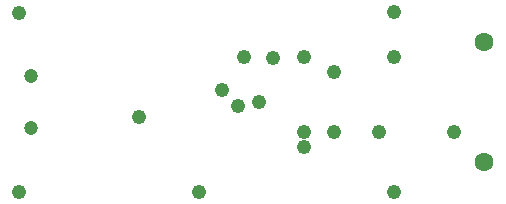
<source format=gbs>
G75*
%MOIN*%
%OFA0B0*%
%FSLAX25Y25*%
%IPPOS*%
%LPD*%
%AMOC8*
5,1,8,0,0,1.08239X$1,22.5*
%
%ADD10C,0.04737*%
%ADD11C,0.06312*%
%ADD12C,0.04762*%
%ADD13C,0.04800*%
D10*
X0023297Y0033139D03*
X0023297Y0050461D03*
D11*
X0174360Y0061800D03*
X0174360Y0021800D03*
D12*
X0019360Y0011800D03*
X0079360Y0011800D03*
X0114360Y0026800D03*
X0114360Y0031800D03*
X0124360Y0031800D03*
X0139360Y0031800D03*
X0164360Y0031800D03*
X0124360Y0051800D03*
X0114360Y0056800D03*
X0103860Y0056300D03*
X0094360Y0056800D03*
X0099360Y0041800D03*
X0059360Y0036800D03*
X0019360Y0071320D03*
X0144360Y0071800D03*
X0144360Y0056800D03*
X0144360Y0011800D03*
D13*
X0092360Y0040300D03*
X0086860Y0045800D03*
M02*

</source>
